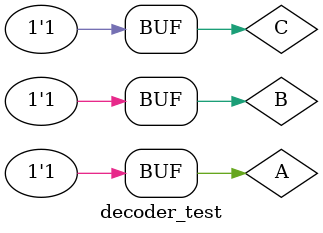
<source format=v>
`timescale 1ns / 1ps


module decoder_test;

	// Inputs
	reg A;
	reg B;
	reg C;

	// Outputs
	wire [7:0] Y;

	// Instantiate the Unit Under Test (UUT)
	v3x8_decoder uut (
		.A(A), 
		.B(B), 
		.C(C), 
		.Y(Y)
	);

	initial begin
		// Initialize Inputs
		A = 0;
		B = 0;
		C = 0;
		#100;
        
		A = 0;
		B = 0;
		C = 1;
		#100;
       
		A = 0;
		B = 1;
		C = 0;
		#100;
        
		A = 0;
		B = 1;
		C = 1;
		#100;
        
		A = 1;
		B = 0;
		C = 0;
		#100;
        
		A = 1;
		B = 0;
		C = 1;
		#100;
        
		A = 1;
		B = 1;
		C = 0;
		#100;
        
		A = 1;
		B = 1;
		C = 1;
		#100;
        
		
		// Add stimulus here

	end
      
endmodule


</source>
